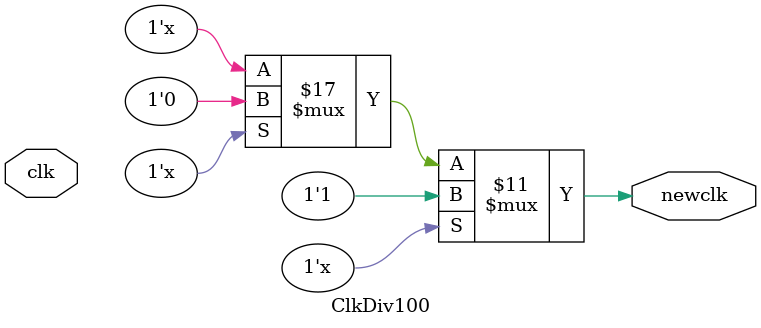
<source format=v>
module ClkDiv100(
  output newclk,
  input clk
);

integer div = 200;
reg newclk = 0;

always @(clk) 
begin
  if (div != 0)
  begin
    newclk = 0;
    div = div - 1;
  end
  if (div == 0)
  begin
    newclk = 1;
    div = 200;
  end
  end
endmodule

</source>
